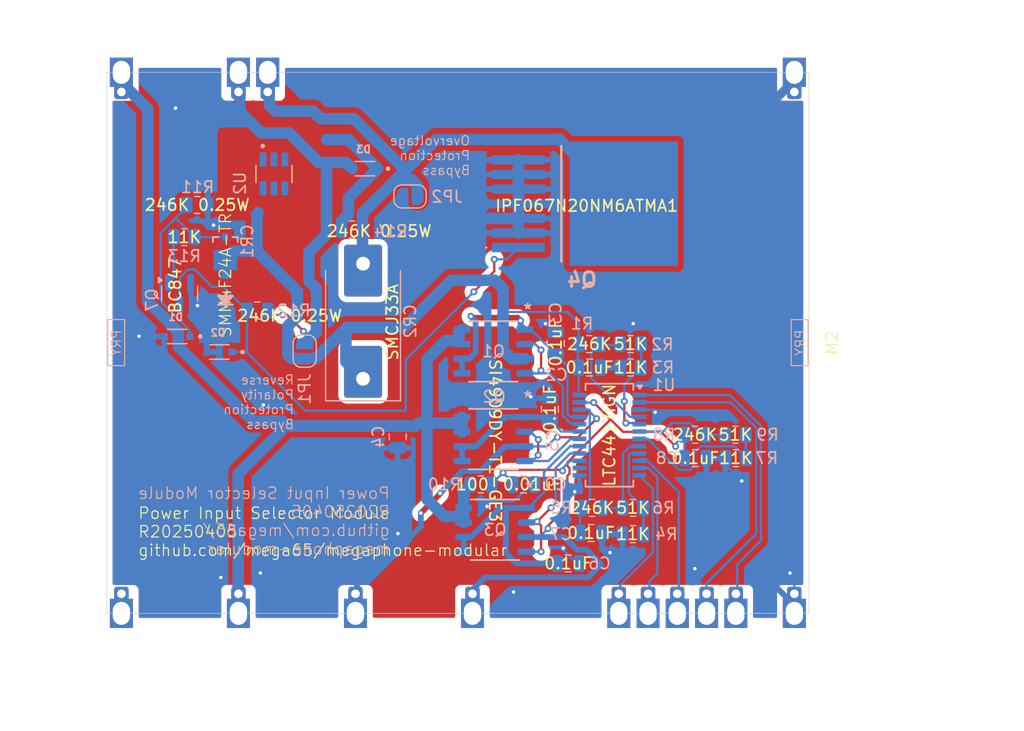
<source format=kicad_pcb>
(kicad_pcb (version 20241229) (generator "pcbnew") (generator_version "9.0")
  (layers (0 "F.Cu" signal) (2 "B.Cu" signal) (13 "F.Paste" user) (15 "B.Paste" user) (5 "F.SilkS" user "F.Silkscreen") (7 "B.SilkS" user "B.Silkscreen") (1 "F.Mask" user) (3 "B.Mask" user) (25 "Edge.Cuts" user))
  (net 0 "")
  (net 1 "Net-(Q4-G)")
  (net 2 "Net-(Q1-G1)")
  (net 3 "VOUT")
  (net 4 "USB-C_POWER_IN")
  (net 5 "Net-(Q2-G1)")
  (net 6 "Net-(Q3-G1)")
  (net 7 "INTERNAL_SOLAR_IN")
  (net 8 "{slash}VALID3")
  (net 9 "ENABLE")
  (net 10 "{slash}VALID1")
  (net 11 "Net-(U1-UV1)")
  (net 12 "{slash}VALID2")
  (net 13 "Net-(U1-OV2)")
  (net 14 "Net-(U1-UV2)")
  (net 15 "VOUT_PIN")
  (net 16 "Net-(U1-OV3)")
  (net 17 "GND")
  (net 18 "Net-(U1-OV1)")
  (net 19 "{slash}SHUTDOWN")
  (net 20 "Net-(U1-UV3)")
  (net 22 "DIRTY_DC_+")
  (net 23 "/OVERVOLTAGE_SENSE_CLAMPED")
  (net 24 "DIRTY_DC_-")
  (net 25 "DIRTY_DC_+_PROTECTED")
  (net 26 "Net-(Q7-B)")
  (net 27 "Net-(Q1-S1)")
  (net 28 "Net-(Q2-S1)")
  (net 29 "Net-(Q3-S1)")
  (net 30 "Net-(U2-G)")
  (footprint "MegaCastle:MegaCastle2x24-Module-I47.0x56.2-M88887D8C0001-SPAREPAD" (layer "F.Cu") (at 52.2163 42.117 90)
    (property "Reference" "M2")
    (property "Value" "~")
    (fp_line (start 23.5 -30.48) (end 23.5 30.48) (stroke (width 0.05)) (layer "Edge.Cuts"))
    (fp_line (start -23.5 -30.48) (end 23.5 -30.48) (stroke (width 0.05)) (layer "Edge.Cuts"))
    (fp_line (start -23.5 -30.48) (end -23.5 30.48) (stroke (width 0.05)) (layer "Edge.Cuts"))
    (fp_line (start -23.5 30.48) (end 23.5 30.48) (stroke (width 0.05)) (layer "Edge.Cuts"))
  )
  (footprint "Jumper:SolderJumper-2_P1.3mm_Open_RoundedPad1.0x1.5mm" (layer "B.Cu") (at 38.9151 42.8356 90)
    (property "Reference" "JP1")
    (property "Value" "Jumper_2_Open")
  )
  (footprint "Resistor_SMD:R_0805_2012Metric" (layer "B.Cu") (at 67.4158 58.736)
    (property "Reference" "R4")
    (property "Value" "11K")
  )
  (footprint "Resistor_SMD:R_0805_2012Metric" (layer "B.Cu") (at 29.5835 30.1356)
    (property "Reference" "R11")
    (property "Value" "246K 0.25W")
  )
  (footprint "Diode_SMD:D_SMC-RM10_Universal_Handsoldering" (layer "B.Cu") (at 43.9853 40.241 90)
    (property "Reference" "CR2")
    (property "Value" "SMCJ33A")
  )
  (footprint "Resistor_SMD:R_0805_2012Metric" (layer "B.Cu") (at 67.2054 42.226)
    (property "Reference" "R2")
    (property "Value" "51K")
  )
  (footprint "footprints:SOIC_09DY-T1-GE3_VIS" (layer "B.Cu") (at 55.44415 58.355 180)
    (property "Reference" "Q3")
    (property "Value" "SI4909DY-T1-GE3")
  )
  (footprint "Capacitor_SMD:C_0805_2012Metric" (layer "B.Cu") (at 60.2003 47.88 90)
    (property "Reference" "C5")
    (property "Value" "0.1uF")
  )
  (footprint "MegaCastle:DIO_BZX384-C30_115" (layer "B.Cu") (at 27.8485 41.5656 180)
    (property "Reference" "D1")
    (property "Value" "BZX384-C30_115")
  )
  (footprint "Resistor_SMD:R_0805_2012Metric" (layer "B.Cu") (at 76.3058 50.1)
    (property "Reference" "R9")
    (property "Value" "51K")
  )
  (footprint "Resistor_SMD:R_0805_2012Metric" (layer "B.Cu") (at 67.2054 44.258)
    (property "Reference" "R3")
    (property "Value" "11K")
  )
  (footprint "Capacitor_SMD:C_0805_2012Metric" (layer "B.Cu") (at 72.8343 52.132 180)
    (property "Reference" "C8")
    (property "Value" "0.1uF")
  )
  (footprint "Resistor_SMD:R_0805_2012Metric" (layer "B.Cu") (at 28.464 32.9296)
    (property "Reference" "R13")
    (property "Value" "11K")
  )
  (footprint "Resistor_SMD:R_0805_2012Metric" (layer "B.Cu") (at 63.8598 56.45)
    (property "Reference" "R5")
    (property "Value" "246K")
  )
  (footprint "Resistor_SMD:R_0805_2012Metric" (layer "B.Cu") (at 67.4158 56.45)
    (property "Reference" "R6")
    (property "Value" "51K")
  )
  (footprint "Capacitor_SMD:C_0805_2012Metric" (layer "B.Cu") (at 57.9143 54.418)
    (property "Reference" "C9")
    (property "Value" "0.01uF")
  )
  (footprint "Resistor_SMD:R_0805_2012Metric" (layer "B.Cu") (at 72.7968 50.1)
    (property "Reference" "R8")
    (property "Value" "246K")
  )
  (footprint "Resistor_SMD:R_0805_2012Metric" (layer "B.Cu") (at 43.0248 32.271 180)
    (property "Reference" "R14")
    (property "Value" "246K 0.25W")
  )
  (footprint "MegaCastle:SOT95P280X120-6N" (layer "B.Cu") (at 36.251 27.445999 -90)
    (property "Reference" "U2")
    (property "Value" "SQJQ141EL-T1_GE3")
  )
  (footprint "Jumper:SolderJumper-2_P1.3mm_Open_RoundedPad1.0x1.5mm" (layer "B.Cu") (at 48.0643 29.399 180)
    (property "Reference" "JP2")
    (property "Value" "Jumper_2_Open")
  )
  (footprint "Package_SO:SSOP-24_3.9x8.7mm_P0.635mm" (layer "B.Cu") (at 65.3727 50.1381 180)
    (property "Reference" "U1")
    (property "Value" "LTC4417IGN")
  )
  (footprint "Resistor_SMD:R_0805_2012Metric" (layer "B.Cu") (at 63.6221 42.226)
    (property "Reference" "R1")
    (property "Value" "246K")
  )
  (footprint "MegaCastle:DIO_BZX384-C30_115" (layer "B.Cu") (at 44.1553 26.986 180)
    (property "Reference" "D3")
    (property "Value" "BZX384-C12_115")
  )
  (footprint "Resistor_SMD:R_0805_2012Metric" (layer "B.Cu") (at 54.2078 54.418 180)
    (property "Reference" "R10")
    (property "Value" "100")
  )
  (footprint "Package_TO_SOT_SMD:SOT-23" (layer "B.Cu") (at 28.0595 37.8341 -90)
    (property "Reference" "Q7")
    (property "Value" "BC847")
  )
  (footprint "footprints:SOIC_09DY-T1-GE3_VIS" (layer "B.Cu") (at 55.30445 50.481 180)
    (property "Reference" "Q2")
    (property "Value" "SI4909DY-T1-GE3")
  )
  (footprint "MegaCastle:DIO_BZX384-C30_115" (layer "B.Cu") (at 31.5159 42.9118 180)
    (property "Reference" "D2")
    (property "Value" "BZX384-C30_115")
  )
  (footprint "Resistor_SMD:R_0805_2012Metric" (layer "B.Cu") (at 76.3528 52.132)
    (property "Reference" "R7")
    (property "Value" "11K")
  )
  (footprint "footprints:IPF067N20NM6ATMA1" (layer "B.Cu") (at 63.2483 30.034 180)
    (property "Reference" "Q4")
    (property "Value" "IPF067N20NM6ATMA1" (hide yes))
  )
  (footprint "Capacitor_SMD:C_0805_2012Metric" (layer "B.Cu") (at 60.7083 42.16 90)
    (property "Reference" "C3")
    (property "Value" "0.1uF")
  )
  (footprint "Capacitor_SMD:C_0805_2012Metric" (layer "B.Cu") (at 63.6494 44.258 180)
    (property "Reference" "C2")
    (property "Value" "0.1uF")
  )
  (footprint "Capacitor_SMD:C_0805_2012Metric" (layer "B.Cu") (at 63.7753 58.6344 180)
    (property "Reference" "C7")
    (property "Value" "0.1uF")
  )
  (footprint "footprints:ZDO_STMITE-FLAT_DO222-AA_STM" (layer "B.Cu") (at 32.0317 34.5298)
    (property "Reference" "CR1")
    (property "Value" "SMM4F24A-TR")
  )
  (footprint "Capacitor_SMD:C_0805_2012Metric" (layer "B.Cu") (at 46.9923 50.288 -90)
    (property "Reference" "C4")
    (property "Value" "100uF")
  )
  (footprint "footprints:SOIC_09DY-T1-GE3_VIS" (layer "B.Cu") (at 55.30445 42.861 180)
    (property "Reference" "Q1")
    (property "Value" "SI4909DY-T1-GE3")
  )
  (footprint "Capacitor_SMD:C_0805_2012Metric" (layer "B.Cu") (at 61.7903 61.276)
    (property "Reference" "C6")
    (property "Value" "0.1uF")
  )
  (footprint "Resistor_SMD:R_0805_2012Metric" (layer "B.Cu") (at 34.8178 39.305 180)
    (property "Reference" "R12")
    (property "Value" "246K 0.25W")
  )
  (gr_text "Power Input Selector Module\nR20250405\ngithub.com/mega65/megaphone-modular" (at 24.4033 60.719 0) (layer "F.SilkS") (effects (font (size 1 1) (thickness 0.1)) (justify left bottom)))
  (gr_text "IPF067N20NM6ATMA1" (at 55.3743 30.796 -0) (layer "F.SilkS") (effects (font (size 1 1)) (justify left bottom)))
  (gr_text "Overvoltage\nProtection\nBypass" (at 53.3423 27.5956 -0) (layer "B.SilkS") (effects (font (size 0.8 0.8) (thickness 0.1)) (justify left bottom mirror)))
  (gr_text "Power Input Selector Module\nR20250405\ngithub.com/mega65/\nmegaphone-modular" (at 46.3743 60.592 0) (layer "B.SilkS") (effects (font (size 1 1) (thickness 0.1)) (justify left bottom mirror)))
  (gr_text "Reverse\nPolarity\nProtection\nBypass" (at 38.0515 49.6682 -0) (layer "B.SilkS") (effects (font (size 0.8 0.8) (thickness 0.1)) (justify left bottom mirror)))
  (segment (start 55.3743 35.9028) (end 55.3743 34.86) (width 0.2) (layer "F.Cu") (net 1))
  (segment (start 53.5963 37.6808) (end 55.3743 35.9028) (width 0.2) (layer "F.Cu") (net 1))
  (via (at 53.5963 37.6808) (size 0.6) (drill 0.3) (layers "F.Cu" "B.Cu") (net 1))
  (via (at 55.3743 34.86) (size 0.6) (drill 0.3) (layers "F.Cu" "B.Cu") (net 1))
  (segment (start 33.9053 39.305) (end 31.8255 37.2252) (width 0.2) (layer "B.Cu") (net 1))
  (segment (start 29.3901 35.749) (end 28.779048 35.749) (width 0.2) (layer "B.Cu") (net 1))
  (segment (start 33.9053 42.941) (end 38.9815 48.0172) (width 0.2) (layer "B.Cu") (net 1))
  (segment (start 28.779048 35.749) (end 28.0595 36.468548) (width 0.2) (layer "B.Cu") (net 1))
  (segment (start 38.9815 48.0172) (end 47.6951 48.0172) (width 0.2) (layer "B.Cu") (net 1))
  (segment (start 33.9053 39.305) (end 33.9053 42.226) (width 0.2) (layer "B.Cu") (net 1))
  (segment (start 47.6951 48.0172) (end 47.6951 43.582) (width 0.2) (layer "B.Cu") (net 1))
  (segment (start 33.9053 42.226) (end 33.9053 42.8356) (width 0.2) (layer "B.Cu") (net 1))
  (segment (start 28.0595 36.468548) (end 28.0595 38.7716) (width 0.2) (layer "B.Cu") (net 1))
  (segment (start 32.6159 42.9118) (end 33.8291 42.9118) (width 0.2) (layer "B.Cu") (net 1))
  (segment (start 30.8663 37.2252) (end 29.3901 35.749) (width 0.2) (layer "B.Cu") (net 1))
  (segment (start 55.3743 34.86) (end 56.4573 34.86) (width 0.2) (layer "B.Cu") (net 1))
  (segment (start 47.6951 43.582) (end 53.5963 37.6808) (width 0.2) (layer "B.Cu") (net 1))
  (segment (start 56.4573 34.86) (end 57.4733 33.844) (width 0.2) (layer "B.Cu") (net 1))
  (segment (start 31.8255 37.2252) (end 30.8663 37.2252) (width 0.2) (layer "B.Cu") (net 1))
  (segment (start 33.9053 42.8356) (end 33.9053 42.941) (width 0.2) (layer "B.Cu") (net 1))
  (segment (start 33.8291 42.9118) (end 33.9053 42.8356) (width 0.2) (layer "B.Cu") (net 1))
  (segment (start 59.4383 44.512) (end 59.4383 42.734) (width 0.2) (layer "F.Cu") (net 2))
  (via (at 59.4383 44.512) (size 0.6) (drill 0.3) (layers "F.Cu" "B.Cu") (net 2))
  (via (at 59.4383 42.734) (size 0.6) (drill 0.3) (layers "F.Cu" "B.Cu") (net 2))
  (segment (start 60.2003 44.766) (end 61.3243 45.89) (width 0.2) (layer "B.Cu") (net 2))
  (segment (start 58.9303 42.226) (end 59.4383 42.734) (width 0.2) (layer "B.Cu") (net 2))
  (segment (start 61.3243 45.89) (end 61.3243 48.432886) (width 0.2) (layer "B.Cu") (net 2))
  (segment (start 58.0286 44.766) (end 60.2003 44.766) (width 0.2) (layer "B.Cu") (net 2))
  (segment (start 58.0286 42.226) (end 58.9303 42.226) (width 0.2) (layer "B.Cu") (net 2))
  (segment (start 61.3243 48.432886) (end 62.077014 49.1856) (width 0.2) (layer "B.Cu") (net 2))
  (segment (start 59.1843 44.766) (end 59.4383 44.512) (width 0.2) (layer "B.Cu") (net 2))
  (segment (start 62.077014 49.1856) (end 62.7727 49.1856) (width 0.2) (layer "B.Cu") (net 2))
  (segment (start 58.0286 44.766) (end 59.1843 44.766) (width 0.2) (layer "B.Cu") (net 2))
  (segment (start 48.7703 49.084) (end 48.5163 49.338) (width 1) (layer "B.Cu") (net 3))
  (segment (start 49.5323 49.084) (end 52.5803 49.084) (width 1) (layer "B.Cu") (net 3))
  (segment (start 52.72 57.212) (end 52.72 56.45) (width 1) (layer "B.Cu") (net 3))
  (segment (start 52.3009 41.9212) (end 52.3009 41.2354) (width 1) (layer "B.Cu") (net 3))
  (segment (start 27.9485 41.170023) (end 25.2923 38.513823) (width 1) (layer "B.Cu") (net 3))
  (segment (start 51.0563 57.212) (end 49.5323 55.688) (width 1) (layer "B.Cu") (net 3))
  (segment (start 52.72 56.45) (end 52.72 54.9933) (width 1) (layer "B.Cu") (net 3))
  (segment (start 25.2923 38.513823) (end 25.2923 21.791) (width 1) (layer "B.Cu") (net 3))
  (segment (start 52.72 57.212) (end 51.0563 57.212) (width 1) (layer "B.Cu") (net 3))
  (segment (start 27.9485 42.4444) (end 27.9485 41.170023) (width 1) (layer "B.Cu") (net 3))
  (segment (start 25.2923 21.791) (end 23.1333 19.632) (width 1) (layer "B.Cu") (net 3))
  (segment (start 34.4121 48.908) (end 27.9485 42.4444) (width 1) (layer "B.Cu") (net 3))
  (segment (start 36.8323 49.814) (end 33.1353 53.511) (width 1) (layer "B.Cu") (net 3))
  (segment (start 36.8323 49.338) (end 36.8323 49.052) (width 1) (layer "B.Cu") (net 3))
  (segment (start 36.8323 49.052) (end 36.9763 48.908) (width 1) (layer "B.Cu") (net 3))
  (segment (start 52.72 57.72) (end 52.72 57.212) (width 1) (layer "B.Cu") (net 3))
  (segment (start 49.5323 49.084) (end 49.5323 43.54375) (width 1) (layer "B.Cu") (net 3))
  (segment (start 33.1353 53.511) (end 33.1353 65.074) (width 1) (layer "B.Cu") (net 3))
  (segment (start 51.15485 41.9212) (end 52.3009 41.9212) (width 1) (layer "B.Cu") (net 3))
  (segment (start 49.5323 55.688) (end 49.5323 49.084) (width 1) (layer "B.Cu") (net 3))
  (segment (start 46.9923 49.338) (end 36.8323 49.338) (width 1) (layer "B.Cu") (net 3))
  (segment (start 48.5163 49.338) (end 46.9923 49.338) (width 1) (layer "B.Cu") (net 3))
  (segment (start 36.8323 49.338) (end 36.8323 49.814) (width 1) (layer "B.Cu") (net 3))
  (segment (start 49.5323 49.084) (end 48.7703 49.084) (width 1) (layer "B.Cu") (net 3))
  (segment (start 49.5323 43.54375) (end 51.15485 41.9212) (width 1) (layer "B.Cu") (net 3))
  (segment (start 52.72 54.9933) (end 53.2953 54.418) (width 1) (layer "B.Cu") (net 3))
  (segment (start 36.9763 48.908) (end 34.4121 48.908) (width 1) (layer "B.Cu") (net 3))
  (segment (start 52.3009 41.2354) (end 52.5803 40.956) (width 1) (layer "B.Cu") (net 3))
  (segment (start 52.5803 49.846) (end 52.5803 49.084) (width 1) (layer "B.Cu") (net 3))
  (segment (start 33.1353 65.074) (end 33.2933 65.232) (width 1) (layer "B.Cu") (net 3))
  (segment (start 52.5803 49.084) (end 52.5803 48.576) (width 1) (layer "B.Cu") (net 3))
  (segment (start 50.6753 55.2308) (end 48.9989 56.9072) (width 0.5) (layer "F.Cu") (net 4))
  (segment (start 62.647469 50.319831) (end 64.2643 48.703) (width 0.2) (layer "F.Cu") (net 4))
  (segment (start 50.6753 55.18) (end 50.6753 55.2308) (width 0.5) (layer "F.Cu") (net 4))
  (segment (start 60.858079 50.319831) (end 62.647469 50.319831) (width 0.2) (layer "F.Cu") (net 4))
  (via (at 64.2643 48.703) (size 0.6) (drill 0.3) (layers "F.Cu" "B.Cu") (net 4))
  (via (at 60.858079 50.319831) (size 0.6) (drill 0.3) (layers "F.Cu" "B.Cu") (net 4))
  (via (at 48.9989 56.9072) (size 0.5) (drill 0.3) (layers "F.Cu" "B.Cu") (net 4))
  (via (at 50.6753 55.18) (size 0.5) (drill 0.3) (layers "F.Cu" "B.Cu") (net 4))
  (segment (start 63.5727 47.9156) (end 62.7727 47.9156) (width 0.2) (layer "B.Cu") (net 4))
  (segment (start 64.2643 48.703) (end 63.4769 47.9156) (width 0.2) (layer "B.Cu") (net 4))
  (segment (start 44.1253 61.462) (end 43.4533 62.134) (width 0.5) (layer "B.Cu") (net 4))
  (segment (start 62.8253 56.572) (end 62.9473 56.45) (width 0.2) (layer "B.Cu") (net 4))
  (segment (start 43.4533 62.134) (end 43.4533 65.232) (width 0.5) (layer "B.Cu") (net 4))
  (segment (start 52.6057 53.2496) (end 50.6753 55.18) (width 0.5) (layer "B.Cu") (net 4))
  (segment (start 48.9989 58.0684) (end 45.6053 61.462) (width 0.5) (layer "B.Cu") (net 4))
  (segment (start 48.9989 56.9072) (end 48.9989 58.0684) (width 0.5) (layer "B.Cu") (net 4))
  (segment (start 45.6053 61.462) (end 44.1253 61.462) (width 0.5) (layer "B.Cu") (net 4))
  (segment (start 58.0286 51.116) (end 56.30775 51.116) (width 0.5) (layer "B.Cu") (net 4))
  (segment (start 54.17415 53.2496) (end 52.6057 53.2496) (width 0.5) (layer "B.Cu") (net 4))
  (segment (start 59.9463 51.116) (end 60.742469 50.319831) (width 0.2) (layer "B.Cu") (net 4))
  (segment (start 60.742469 50.319831) (end 60.858079 50.319831) (width 0.2) (layer "B.Cu") (net 4))
  (segment (start 56.30775 51.116) (end 54.17415 53.2496) (width 0.5) (layer "B.Cu") (net 4))
  (segment (start 62.9473 56.45) (end 63.6727 55.7246) (width 0.2) (layer "B.Cu") (net 4))
  (segment (start 62.8253 58.6344) (end 62.8253 56.572) (width 0.2) (layer "B.Cu") (net 4))
  (segment (start 63.6727 55.7246) (end 63.6727 48.0156) (width 0.2) (layer "B.Cu") (net 4))
  (segment (start 59.9463 51.116) (end 58.0286 51.116) (width 0.2) (layer "B.Cu") (net 4))
  (segment (start 63.4769 47.9156) (end 62.7727 47.9156) (width 0.2) (layer "B.Cu") (net 4))
  (segment (start 63.6727 48.0156) (end 63.5727 47.9156) (width 0.2) (layer "B.Cu") (net 4))
  (segment (start 59.1843 50.530998) (end 59.199298 50.516) (width 0.2) (layer "F.Cu") (net 5))
  (segment (start 59.1843 51.878) (end 59.1843 50.530998) (width 0.2) (layer "F.Cu") (net 5))
  (via (at 59.199298 50.516) (size 0.6) (drill 0.3) (layers "F.Cu" "B.Cu") (net 5))
  (via (at 59.1843 51.878) (size 0.6) (drill 0.3) (layers "F.Cu" "B.Cu") (net 5))
  (segment (start 60.0773 52.386) (end 62.0077 50.4556) (width 0.2) (layer "B.Cu") (net 5))
  (segment (start 58.0286 52.386) (end 58.6763 52.386) (width 0.2) (layer "B.Cu") (net 5))
  (segment (start 62.0077 50.4556) (end 62.7727 50.4556) (width 0.2) (layer "B.Cu") (net 5))
  (segment (start 58.529298 49.846) (end 59.199298 50.516) (width 0.2) (layer "B.Cu") (net 5))
  (segment (start 58.0286 52.386) (end 60.0773 52.386) (width 0.2) (layer "B.Cu") (net 5))
  (segment (start 58.6763 52.386) (end 59.1843 51.878) (width 0.2) (layer "B.Cu") (net 5))
  (segment (start 58.0286 49.846) (end 58.529298 49.846) (width 0.2) (layer "B.Cu") (net 5))
  (segment (start 59.09414 57.64816) (end 60.2923 56.45) (width 0.2) (layer "F.Cu") (net 6))
  (segment (start 59.0923 57.64816) (end 59.09414 57.64816) (width 0.2) (layer "F.Cu") (net 6))
  (segment (start 59.4383 57.99416) (end 59.0923 57.64816) (width 0.2) (layer "F.Cu") (net 6))
  (segment (start 59.4383 60.26) (end 59.4383 57.99416) (width 0.2) (layer "F.Cu") (net 6))
  (via (at 60.2923 56.45) (size 0.6) (drill 0.3) (layers "F.Cu" "B.Cu") (net 6))
  (via (at 59.4383 60.26) (size 0.6) (drill 0.3) (layers "F.Cu" "B.Cu") (net 6))
  (via (at 59.0923 57.64816) (size 0.6) (drill 0.3) (layers "F.Cu" "B.Cu") (net 6))
  (segment (start 58.1683 60.26) (end 59.4383 60.26) (width 0.2) (layer "B.Cu") (net 6))
  (segment (start 58.24014 57.64816) (end 58.1683 57.72) (width 0.2) (layer "B.Cu") (net 6))
  (segment (start 60.707565 53.487794) (end 60.707565 52.990735) (width 0.2) (layer "B.Cu") (net 6))
  (segment (start 60.707565 52.990735) (end 61.9727 51.7256) (width 0.2) (layer "B.Cu") (net 6))
  (segment (start 60.7083 53.488529) (end 60.707565 53.487794) (width 0.2) (layer "B.Cu") (net 6))
  (segment (start 61.9727 51.7256) (end 62.7727 51.7256) (width 0.2) (layer "B.Cu") (net 6))
  (segment (start 59.0923 57.64816) (end 58.24014 57.64816) (width 0.2) (layer "B.Cu") (net 6))
  (segment (start 60.7083 56.034) (end 60.7083 53.488529) (width 0.2) (layer "B.Cu") (net 6))
  (segment (start 60.2923 56.45) (end 60.7083 56.034) (width 0.2) (layer "B.Cu") (net 6))
  (segment (start 61.7243 53.671059) (end 61.907565 53.487794) (width 0.2) (layer "F.Cu") (net 7))
  (segment (start 71.1223 51.116) (end 69.8523 49.846) (width 0.2) (layer "F.Cu") (net 7))
  (segment (start 66.5503 49.846) (end 65.4708 48.7665) (width 0.2) (layer "F.Cu") (net 7))
  (segment (start 61.7243 52.807471) (end 61.7243 52.513) (width 0.2) (layer "F.Cu") (net 7))
  (segment (start 61.7243 52.513) (end 65.4708 48.7665) (width 0.2) (layer "F.Cu") (net 7))
  (segment (start 69.8523 49.846) (end 66.5503 49.846) (width 0.2) (layer "F.Cu") (net 7))
  (segment (start 61.907565 53.487794) (end 61.907565 52.990736) (width 0.2) (layer "F.Cu") (net 7))
  (segment (start 60.0383 58.009) (end 61.7243 56.323) (width 0.2) (layer "F.Cu") (net 7))
  (segment (start 65.4073 48.703) (end 64.0103 47.306) (width 0.2) (layer "F.Cu") (net 7))
  (segment (start 60.0383 58.2534) (end 60.0383 58.009) (width 0.2) (layer "F.Cu") (net 7))
  (segment (start 65.4708 48.7665) (end 65.4073 48.703) (width 0.2) (layer "F.Cu") (net 7))
  (segment (start 61.7243 56.323) (end 61.7243 53.671059) (width 0.2) (layer "F.Cu") (net 7))
  (segment (start 61.907565 52.990736) (end 61.7243 52.807471) (width 0.2) (layer "F.Cu") (net 7))
  (via (at 60.0383 58.2534) (size 0.6) (drill 0.3) (layers "F.Cu" "B.Cu") (net 7))
  (via (at 71.1223 51.116) (size 0.6) (drill 0.3) (layers "F.Cu" "B.Cu") (net 7))
  (via (at 64.0103 47.306) (size 0.6) (drill 0.3) (layers "F.Cu" "B.Cu") (net 7))
  (segment (start 62.7981 47.306) (end 62.7727 47.2806) (width 0.2) (layer "B.Cu") (net 7))
  (segment (start 71.8843 52.132) (end 71.8843 50.1) (width 0.2) (layer "B.Cu") (net 7))
  (segment (start 58.1683 58.99) (end 61.459022 58.99) (width 0.5) (layer "B.Cu") (net 7))
  (segment (start 63.3753 60.0822) (end 64.6547 61.3616) (width 0.5) (layer "B.Cu") (net 7))
  (segment (start 64.6547 61.3616) (end 63.5193 62.497) (width 0.5) (layer "B.Cu") (net 7))
  (segment (start 63.5193 62.497) (end 54.5503 62.497) (width 0.5) (layer "B.Cu") (net 7))
  (segment (start 54.5503 62.497) (end 53.6133 63.434) (width 0.5) (layer "B.Cu") (net 7))
  (segment (start 61.459022 58.99) (end 62.551222 60.0822) (width 0.5) (layer "B.Cu") (net 7))
  (segment (start 60.0383 58.2534) (end 59.3017 58.99) (width 0.2) (layer "B.Cu") (net 7))
  (segment (start 71.1223 50.862) (end 71.8843 50.1) (width 0.2) (layer "B.Cu") (net 7))
  (segment (start 64.0103 47.306) (end 62.7981 47.306) (width 0.2) (layer "B.Cu") (net 7))
  (segment (start 62.551222 60.0822) (end 63.3753 60.0822) (width 0.5) (layer "B.Cu") (net 7))
  (segment (start 53.6133 63.434) (end 53.6133 65.232) (width 0.5) (layer "B.Cu") (net 7))
  (segment (start 71.1223 51.116) (end 71.1223 50.862) (width 0.2) (layer "B.Cu") (net 7))
  (segment (start 71.8843 50.1) (end 71.6049 49.8206) (width 0.2) (layer "B.Cu") (net 7))
  (segment (start 66.3133 63.164) (end 66.3133 65.232) (width 0.2) (layer "B.Cu") (net 8))
  (segment (start 69.1408 54.7987) (end 69.1408 60.3365) (width 0.2) (layer "B.Cu") (net 8))
  (segment (start 69.1408 60.3365) (end 66.3133 63.164) (width 0.2) (layer "B.Cu") (net 8))
  (segment (start 67.9727 53.6306) (end 69.1408 54.7987) (width 0.2) (layer "B.Cu") (net 8))
  (segment (start 78.5243 49.34307) (end 75.82683 46.6456) (width 0.2) (layer "B.Cu") (net 9))
  (segment (start 76.4733 65.232) (end 76.4733 61.354) (width 0.2) (layer "B.Cu") (net 9))
  (segment (start 78.5243 59.303) (end 78.5243 49.34307) (width 0.2) (layer "B.Cu") (net 9))
  (segment (start 75.82683 46.6456) (end 67.9727 46.6456) (width 0.2) (layer "B.Cu") (net 9))
  (segment (start 76.4733 61.354) (end 78.5243 59.303) (width 0.2) (layer "B.Cu") (net 9))
  (segment (start 67.9727 52.2256) (end 68.533386 52.2256) (width 0.2) (layer "B.Cu") (net 10))
  (segment (start 67.9727 52.3606) (end 67.9727 52.2256) (width 0.2) (layer "B.Cu") (net 10))
  (segment (start 68.533386 52.2256) (end 71.3933 55.085514) (width 0.2) (layer "B.Cu") (net 10))
  (segment (start 71.3933 55.085514) (end 71.3933 65.232) (width 0.2) (layer "B.Cu") (net 10))
  (segment (start 63.7994 45.1773) (end 67.1727 48.5506) (width 0.2) (layer "B.Cu") (net 11))
  (segment (start 66.2167 42.3022) (end 66.2929 42.226) (width 0.2) (layer "B.Cu") (net 11))
  (segment (start 67.1727 48.5506) (end 67.9727 48.5506) (width 0.2) (layer "B.Cu") (net 11))
  (segment (start 64.5346 42.3022) (end 66.2167 42.3022) (width 0.2) (layer "B.Cu") (net 11))
  (segment (start 63.7994 42.9612) (end 63.7994 45.1773) (width 0.2) (layer "B.Cu") (net 11))
  (segment (start 64.5346 42.226) (end 63.7994 42.9612) (width 0.2) (layer "B.Cu") (net 11))
  (segment (start 68.8533 64.402) (end 68.8453 64.394) (width 0.2) (layer "B.Cu") (net 12))
  (segment (start 69.5408 53.7987) (end 68.7377 52.9956) (width 0.2) (layer "B.Cu") (net 12))
  (segment (start 68.8533 65.232) (end 68.8533 64.402) (width 0.2) (layer "B.Cu") (net 12))
  (segment (start 68.7377 52.9956) (end 67.9727 52.9956) (width 0.2) (layer "B.Cu") (net 12))
  (segment (start 69.5408 62.1365) (end 69.5408 53.7987) (width 0.2) (layer "B.Cu") (net 12))
  (segment (start 68.8453 62.832) (end 69.5408 62.1365) (width 0.2) (layer "B.Cu") (net 12))
  (segment (start 68.8453 64.394) (end 68.8453 62.832) (width 0.2) (layer "B.Cu") (net 12))
  (segment (start 72.6843 51.713) (end 73.2903 51.107) (width 0.2) (layer "B.Cu") (net 13))
  (segment (start 77.2183 50.1) (end 77.2183 52.085) (width 0.2) (layer "B.Cu") (net 13))
  (segment (start 76.2403 51.107) (end 77.2653 52.132) (width 0.2) (layer "B.Cu") (net 13))
  (segment (start 67.9727 50.4556) (end 68.698156 50.4556) (width 0.2) (layer "B.Cu") (net 13))
  (segment (start 72.369044 53.157) (end 72.6843 52.841744) (width 0.2) (layer "B.Cu") (net 13))
  (segment (start 77.2183 52.085) (end 77.2653 52.132) (width 0.2) (layer "B.Cu") (net 13))
  (segment (start 71.399556 53.157) (end 72.369044 53.157) (width 0.2) (layer "B.Cu") (net 13))
  (segment (start 68.698156 50.4556) (end 71.399556 53.157) (width 0.2) (layer "B.Cu") (net 13))
  (segment (start 73.2903 51.107) (end 76.2403 51.107) (width 0.2) (layer "B.Cu") (net 13))
  (segment (start 72.6843 52.841744) (end 72.6843 51.713) (width 0.2) (layer "B.Cu") (net 13))
  (segment (start 73.7093 50.1) (end 73.7093 49.893) (width 0.2) (layer "B.Cu") (net 14))
  (segment (start 70.765771 49.1) (end 70.045171 49.8206) (width 0.2) (layer "B.Cu") (net 14))
  (segment (start 75.3933 50.1) (end 75.3933 50.147) (width 0.2) (layer "B.Cu") (net 14))
  (segment (start 73.7093 50.1) (end 75.3933 50.1) (width 0.2) (layer "B.Cu") (net 14))
  (segment (start 73.7093 50.1) (end 73.381544 50.1) (width 0.2) (layer "B.Cu") (net 14))
  (segment (start 72.381544 49.1) (end 70.765771 49.1) (width 0.2) (layer "B.Cu") (net 14))
  (segment (start 70.045171 49.8206) (end 67.9727 49.8206) (width 0.2) (layer "B.Cu") (net 14))
  (segment (start 73.381544 50.1) (end 72.381544 49.1) (width 0.2) (layer "B.Cu") (net 14))
  (segment (start 56.3903 53.148) (end 56.1363 53.402) (width 0.2) (layer "F.Cu") (net 15))
  (segment (start 61.307565 53.239265) (end 61.2163 53.148) (width 0.2) (layer "F.Cu") (net 15))
  (segment (start 61.2163 53.148) (end 56.3903 53.148) (width 0.2) (layer "F.Cu") (net 15))
  (via (at 61.307565 53.239265) (size 0.6) (drill 0.3) (layers "F.Cu" "B.Cu") (net 15))
  (via (at 56.1363 53.402) (size 0.6) (drill 0.3) (layers "F.Cu" "B.Cu") (net 15))
  (segment (start 61.307565 53.025735) (end 61.9727 52.3606) (width 0.2) (layer "B.Cu") (net 15))
  (segment (start 61.9727 52.3606) (end 62.7727 52.3606) (width 0.2) (layer "B.Cu") (net 15))
  (segment (start 56.9643 54.23) (end 56.1363 53.402) (width 0.2) (layer "B.Cu") (net 15))
  (segment (start 56.9643 54.418) (end 56.9643 54.23) (width 0.2) (layer "B.Cu") (net 15))
  (segment (start 56.1363 53.402) (end 55.1203 54.418) (width 0.2) (layer "B.Cu") (net 15))
  (segment (start 61.307565 53.239265) (end 61.307565 53.025735) (width 0.2) (layer "B.Cu") (net 15))
  (segment (start 68.3283 58.736) (end 68.3283 56.45) (width 0.2) (layer "B.Cu") (net 16))
  (segment (start 67.0583 55.18) (end 67.0583 51.84) (width 0.2) (layer "B.Cu") (net 16))
  (segment (start 68.3283 56.45) (end 67.0583 55.18) (width 0.2) (layer "B.Cu") (net 16))
  (segment (start 67.1727 51.7256) (end 67.9727 51.7256) (width 0.2) (layer "B.Cu") (net 16))
  (segment (start 67.0583 51.84) (end 67.1727 51.7256) (width 0.2) (layer "B.Cu") (net 16))
  (segment (start 72.7903 58.179) (end 72.7903 61.735) (width 0.2) (layer "F.Cu") (net 17))
  (segment (start 61.9953 63.767) (end 57.0423 63.767) (width 0.2) (layer "F.Cu") (net 17))
  (segment (start 81.4263 19.317) (end 79.1403 21.603) (width 0.75) (layer "F.Cu") (net 17))
  (segment (start 29.6103 38.875) (end 31.5153 40.78) (width 0.2) (layer "F.Cu") (net 17))
  (segment (start 31.6423 48.654) (end 31.6423 62.497) (width 0.2) (layer "F.Cu") (net 17))
  (segment (start 76.8543 54.115) (end 72.7903 58.179) (width 0.2) (layer "F.Cu") (net 17))
  (segment (start 24.5303 41.542) (end 31.6423 48.654) (width 0.2) (layer "F.Cu") (net 17))
  (segment (start 38.5003 58.687) (end 35.0713 62.116) (width 0.2) (layer "F.Cu") (net 17))
  (segment (start 65.4243 60.338) (end 61.9953 63.767) (width 0.2) (layer "F.Cu") (net 17))
  (segment (start 79.1403 21.603) (end 78.5053 21.603) (width 0.75) (layer "F.Cu") (net 17))
  (segment (start 31.0073 31.89) (end 31.0073 25.032) (width 0.2) (layer "F.Cu") (net 17))
  (segment (start 31.5153 40.78) (end 31.5153 43.701) (width 0.2) (layer "F.Cu") (net 17))
  (segment (start 47.0093 58.687) (end 38.5003 58.687) (width 0.2) (layer "F.Cu") (net 17))
  (segment (start 31.0073 25.032) (end 27.7053 21.73) (width 0.2) (layer "F.Cu") (net 17))
  (segment (start 31.5153 43.701) (end 35.3253 47.511) (width 0.2) (layer "F.Cu") (net 17))
  (via (at 24.5303 41.542) (size 0.6) (drill 0.3) (layers "F.Cu" "B.Cu") (net 17))
  (via (at 47.0093 58.687) (size 0.6) (drill 0.3) (layers "F.Cu" "B.Cu") (net 17))
  (via (at 58.5493 46.798) (size 0.6) (drill 0.3) (layers "F.Cu" "B.Cu") (net 17))
  (via (at 72.7903 61.735) (size 0.6) (drill 0.3) (layers "F.Cu" "B.Cu") (net 17))
  (via (at 35.0713 62.116) (size 0.6) (drill 0.3) (layers "F.Cu" "B.Cu") (net 17))
  (via (at 62.3593 55.053) (size 0.6) (drill 0.3) (layers "F.Cu" "B.Cu") (net 17))
  (via (at 59.8193 40.448) (size 0.6) (drill 0.3) (layers "F.Cu" "B.Cu") (net 17))
  (via (at 57.0423 63.767) (size 0.6) (drill 0.3) (layers "F.Cu" "B.Cu") (net 17))
  (via (at 61.3603 59.957) (size 0.6) (drill 0.3) (layers "F.Cu" "B.Cu") (net 17))
  (via (at 31.6423 62.497) (size 0.6) (drill 0.3) (layers "F.Cu" "B.Cu") (net 17))
  (via (at 76.8543 54.115) (size 0.6) (drill 0.3) (layers "F.Cu" "B.Cu") (net 17))
  (via (at 67.4393 40.448) (size 0.6) (drill 0.3) (layers "F.Cu" "B.Cu") (net 17))
  (via (at 65.4243 60.338) (size 0.6) (drill 0.3) (layers "F.Cu" "B.Cu") (net 17))
  (via (at 54.7393 56.323) (size 0.6) (drill 0.3) (layers "F.Cu" "B.Cu") (net 17))
  (via (at 35.3253 47.511) (size 0.6) (drill 0.3) (layers "F.Cu" "B.Cu") (net 17))
  (via (at 27.7053 21.73) (size 0.6) (drill 0.3) (layers "F.Cu" "B.Cu") (net 17))
  (via (at 81.0453 62.116) (size 0.6) (drill 0.3) (layers "F.Cu" "B.Cu") (net 17))
  (via (at 29.6103 38.875) (size 0.6) (drill 0.3) (layers "F.Cu" "B.Cu") (net 17))
  (via (at 31.0073 31.89) (size 0.6) (drill 0.3) (layers "F.Cu" "B.Cu") (net 17))
  (via (at 69.3443 48.146) (size 0.6) (drill 0.3) (layers "F.Cu" "B.Cu") (net 17))
  (segment (start 29.0095 36.8966) (end 29.0095 38.2742) (width 0.2) (layer "B.Cu") (net 17))
  (segment (start 62.7403 61.464) (end 62.7573 61.481) (width 0.2) (layer "B.Cu") (net 17))
  (segment (start 81.4263 19.317) (end 79.2673 21.476) (width 0.75) (layer "B.Cu") (net 17))
  (segment (start 30.496 31.3787) (end 31.0073 31.89) (width 0.2) (layer "B.Cu") (net 17))
  (segment (start 75.4403 52.701) (end 76.8543 54.115) (width 0.2) (layer "B.Cu") (net 17))
  (segment (start 60.5813 41.21) (end 59.8193 40.448) (width 0.2) (layer "B.Cu") (net 17))
  (segment (start 62.7573 61.481) (end 61.3603 60.084) (width 0.2) (layer "B.Cu") (net 17))
  (segment (start 47.4143 30.346023) (end 47.4143 29.399) (width 1) (layer "B.Cu") (net 17))
  (segment (start 62.7403 61.276) (end 62.7403 61.464) (width 0.2) (layer "B.Cu") (net 17))
  (segment (start 29.0095 38.2742) (end 29.6103 38.875) (width 0.2) (layer "B.Cu") (net 17))
  (segment (start 64.7253 58.6344) (end 64.7253 59.639) (width 0.2) (layer "B.Cu") (net 17))
  (segment (start 66.2929 44.258) (end 67.110677 43.440223) (width 0.2) (layer "B.Cu") (net 17))
  (segment (start 79.2673 21.476) (end 78.5053 21.476) (width 0.75) (layer "B.Cu") (net 17))
  (segment (start 57.0673 55.9) (end 55.1623 55.9) (width 0.2) (layer "B.Cu") (net 17))
  (segment (start 60.7083 41.21) (end 60.5813 41.21) (width 0.2) (layer "B.Cu") (net 17))
  (segment (start 60.2003 46.93) (end 59.9513 46.93) (width 0.2) (layer "B.Cu") (net 17))
  (segment (start 81.4263 62.497) (end 81.0453 62.116) (width 0.2) (layer "B.Cu") (net 17))
  (segment (start 67.110677 43.440223) (end 67.110677 40.776623) (width 0.2) (layer "B.Cu") (net 17))
  (segment (start 57.4733 32.574) (end 57.4733 26.224) (width 1) (layer "B.Cu") (net 17))
  (segment (start 58.8643 54.418) (end 58.5493 54.418) (width 0.2) (layer "B.Cu") (net 17))
  (segment (start 61.3603 60.084) (end 61.3603 59.957) (width 0.2) (layer "B.Cu") (net 17))
  (segment (start 26.6893 41.542) (end 24.5303 41.542) (width 0.2) (layer "B.Cu") (net 17))
  (segment (start 48.245277 31.177) (end 48.6179 31.177) (width 1) (layer "B.Cu") (net 17))
  (segment (start 59.9513 46.93) (end 59.8193 46.798) (width 0.2) (layer "B.Cu") (net 17))
  (segment (start 75.4403 52.132) (end 75.4403 52.701) (width 0.2) (layer "B.Cu") (net 17))
  (segment (start 59.8193 46.798) (end 58.5493 46.798) (width 0.2) (layer "B.Cu") (net 17))
  (segment (start 62.7727 53.6306) (end 62.7727 54.6396) (width 0.2) (layer "B.Cu") (net 17))
  (segment (start 48.245277 31.177) (end 47.4143 30.346023) (width 1) (layer "B.Cu") (net 17))
  (segment (start 26.7129 41.5656) (end 26.6893 41.542) (width 0.2) (layer "B.Cu") (net 17))
  (segment (start 81.4263 64.917) (end 81.4263 62.497) (width 0.2) (layer "B.Cu") (net 17))
  (segment (start 64.7253 59.639) (end 65.4243 60.338) (width 0.2) (layer "B.Cu") (net 17))
  (segment (start 69.1139 47.9156) (end 67.9727 47.9156) (width 0.2) (layer "B.Cu") (net 17))
  (segment (start 69.3443 48.146) (end 69.1139 47.9156) (width 0.2) (layer "B.Cu") (net 17))
  (segment (start 55.1623 55.9) (end 54.7393 56.323) (width 0.2) (layer "B.Cu") (net 17))
  (segment (start 48.6179 31.177) (end 48.6941 31.1008) (width 1) (layer "B.Cu") (net 17))
  (segment (start 46.9923 58.67) (end 47.0093 58.687) (width 0.2) (layer "B.Cu") (net 17))
  (segment (start 67.110677 40.776623) (end 67.4393 40.448) (width 0.2) (layer "B.Cu") (net 17))
  (segment (start 58.5493 54.418) (end 57.0673 55.9) (width 0.2) (layer "B.Cu") (net 17))
  (segment (start 48.6941 31.1008) (end 48.8973 31.304) (width 1) (layer "B.Cu") (net 17))
  (segment (start 62.7727 54.6396) (end 62.3593 55.053) (width 0.2) (layer "B.Cu") (net 17))
  (segment (start 26.7485 41.5656) (end 26.7129 41.5656) (width 0.2) (layer "B.Cu") (net 17))
  (segment (start 30.496 30.1356) (end 30.496 31.3787) (width 0.2) (layer "B.Cu") (net 17))
  (segment (start 46.9923 51.238) (end 46.9923 58.67) (width 0.2) (layer "B.Cu") (net 17))
  (segment (start 48.8973 31.304) (end 57.4733 31.304) (width 1) (layer "B.Cu") (net 17))
  (segment (start 66.663465 47.192835) (end 66.663465 48.943165) (width 0.2) (layer "F.Cu") (net 18))
  (segment (start 66.663465 48.943165) (end 66.8043 49.084) (width 0.2) (layer "F.Cu") (net 18))
  (via (at 66.663465 47.192835) (size 0.6) (drill 0.3) (layers "F.Cu" "B.Cu") (net 18))
  (via (at 66.8043 49.084) (size 0.6) (drill 0.3) (layers "F.Cu" "B.Cu") (net 18))
  (segment (start 68.1179 42.5835) (end 68.1179 44.258) (width 0.2) (layer "B.Cu") (net 18))
  (segment (start 68.1179 42.3765) (end 68.2214 42.48) (width 0.2) (layer "B.Cu") (net 18))
  (segment (start 67.8711 49.084) (end 67.9727 49.1856) (width 0.2) (layer "B.Cu") (net 18))
  (segment (start 68.2214 42.48) (end 68.1179 42.5835) (width 0.2) (layer "B.Cu") (net 18))
  (segment (start 66.8043 49.084) (end 67.8711 49.084) (width 0.2) (layer "B.Cu") (net 18))
  (segment (start 68.1179 44.258) (end 66.663465 45.712435) (width 0.2) (layer "B.Cu") (net 18))
  (segment (start 68.1179 42.226) (end 68.1179 42.3765) (width 0.2) (layer "B.Cu") (net 18))
  (segment (start 66.663465 45.712435) (end 66.663465 47.192835) (width 0.2) (layer "B.Cu") (net 18))
  (segment (start 73.8063 65.105) (end 73.9333 65.232) (width 0.2) (layer "B.Cu") (net 19))
  (segment (start 78.1243 49.508756) (end 78.1243 58.687) (width 0.2) (layer "B.Cu") (net 19))
  (segment (start 73.8063 63.005) (end 73.8063 65.105) (width 0.2) (layer "B.Cu") (net 19))
  (segment (start 78.1243 58.687) (end 73.8063 63.005) (width 0.2) (layer "B.Cu") (net 19))
  (segment (start 75.896144 47.2806) (end 78.1243 49.508756) (width 0.2) (layer "B.Cu") (net 19))
  (segment (start 67.9727 47.2806) (end 75.896144 47.2806) (width 0.2) (layer "B.Cu") (net 19))
  (segment (start 67.1727 51.0906) (end 67.9727 51.0906) (width 0.2) (layer "B.Cu") (net 20))
  (segment (start 66.5033 55.735) (end 66.5503 55.688) (width 0.2) (layer "B.Cu") (net 20))
  (segment (start 66.5503 55.688) (end 66.5503 51.713) (width 0.2) (layer "B.Cu") (net 20))
  (segment (start 66.5503 51.713) (end 67.1727 51.0906) (width 0.2) (layer "B.Cu") (net 20))
  (segment (start 66.5033 56.45) (end 66.5033 55.735) (width 0.2) (layer "B.Cu") (net 20))
  (segment (start 66.5033 56.45) (end 64.7723 56.45) (width 0.2) (layer "B.Cu") (net 20))
  (segment (start 37.0003 39.686) (end 37.3911 39.686) (width 0.2) (layer "F.Cu") (net 22))
  (segment (start 37.3911 39.686) (end 38.8135 41.1084) (width 0.2) (layer "F.Cu") (net 22))
  (via (at 37.0003 39.686) (size 0.6) (drill 0.3) (layers "F.Cu" "B.Cu") (net 22))
  (via (at 38.8135 41.1084) (size 0.6) (drill 0.3) (layers "F.Cu" "B.Cu") (net 22))
  (segment (start 38.8135 41.1084) (end 39.3521 41.647) (width 0.2) (layer "B.Cu") (net 22))
  (segment (start 39.9363 41.1644) (end 39.4537 41.647) (width 1) (layer "B.Cu") (net 22))
  (segment (start 37.0003 39.686) (end 36.1113 39.686) (width 0.2) (layer "B.Cu") (net 22))
  (segment (start 36.1113 39.686) (end 35.7303 39.305) (width 0.2) (layer "B.Cu") (net 22))
  (segment (start 33.2933 22.03) (end 33.2933 19.632) (width 1) (layer "B.Cu") (net 22))
  (segment (start 39.3521 41.647) (end 39.4537 41.647) (width 0.2) (layer "B.Cu") (net 22))
  (segment (start 35.7303 39.305) (end 35.7303 40.005) (width 0.2) (layer "B.Cu") (net 22))
  (segment (start 39.9363 37.415) (end 39.2863 36.765) (width 1) (layer "B.Cu") (net 22))
  (segment (start 40.140751 26.446001) (end 37.57675 23.882) (width 1) (layer "B.Cu") (net 22))
  (segment (start 40.8103 26.446001) (end 42.515301 26.446001) (width 1) (layer "B.Cu") (net 22))
  (segment (start 42.515301 26.446001) (end 43.0553 26.986) (width 1) (layer "B.Cu") (net 22))
  (segment (start 39.9363 37.415) (end 39.9363 41.1644) (width 1) (layer "B.Cu") (net 22))
  (segment (start 37.57675 23.882) (end 35.1453 23.882) (width 1) (layer "B.Cu") (net 22))
  (segment (start 39.2863 36.765) (end 39.2863 34.225) (width 1) (layer "B.Cu") (net 22))
  (segment (start 35.1453 23.882) (end 33.2933 22.03) (width 1) (layer "B.Cu") (net 22))
  (segment (start 40.8103 32.701) (end 40.8103 26.446001) (width 1) (layer "B.Cu") (net 22))
  (segment (start 39.2863 34.225) (end 40.8103 32.701) (width 1) (layer "B.Cu") (net 22))
  (segment (start 39.4537 41.647) (end 38.9151 42.1856) (width 1) (layer "B.Cu") (net 22))
  (segment (start 40.8103 26.446001) (end 40.140751 26.446001) (width 1) (layer "B.Cu") (net 22))
  (segment (start 28.9485 41.038652) (end 28.9485 41.5656) (width 0.2) (layer "B.Cu") (net 23))
  (segment (start 29.3765 32.9296) (end 27.8525 31.4056) (width 0.2) (layer "B.Cu") (net 23))
  (segment (start 26.4085 38.498652) (end 28.9485 41.038652) (width 0.2) (layer "B.Cu") (net 23))
  (segment (start 28.671 30.1356) (end 28.671 30.312856) (width 0.2) (layer "B.Cu") (net 23))
  (segment (start 27.578256 31.4056) (end 27.310878 31.672978) (width 0.2) (layer "B.Cu") (net 23))
  (segment (start 28.671 30.312856) (end 27.310878 31.672978) (width 0.2) (layer "B.Cu") (net 23))
  (segment (start 27.8525 31.4056) (end 27.578256 31.4056) (width 0.2) (layer "B.Cu") (net 23))
  (segment (start 26.4085 32.575356) (end 26.4085 38.498652) (width 0.2) (layer "B.Cu") (net 23))
  (segment (start 27.310878 31.672978) (end 26.4085 32.575356) (width 0.2) (layer "B.Cu") (net 23))
  (segment (start 29.3765 32.9296) (end 32.1235 32.9296) (width 0.2) (layer "B.Cu") (net 23))
  (segment (start 36.3873 21.984) (end 35.8333 21.43) (width 1) (layer "B.Cu") (net 24))
  (segment (start 39.6433 21.984) (end 36.3873 21.984) (width 1) (layer "B.Cu") (net 24))
  (segment (start 43.9373 35.193) (end 43.9853 35.241) (width 1) (layer "B.Cu") (net 24))
  (segment (start 61.0353 24.446) (end 66.6233 30.034) (width 1) (layer "B.Cu") (net 24))
  (segment (start 43.9373 32.5605) (end 43.9373 35.193) (width 1) (layer "B.Cu") (net 24))
  (segment (start 43.1823 22.6426) (end 40.3019 22.6426) (width 1) (layer "B.Cu") (net 24))
  (segment (start 48.7143 28.451977) (end 48.206323 27.944) (width 1) (layer "B.Cu") (net 24))
  (segment (start 47.6605 27.1208) (end 43.1823 22.6426) (width 1) (layer "B.Cu") (net 24))
  (segment (start 46.8373 27.944) (end 46.3016 28.4797) (width 1) (layer "B.Cu") (net 24))
  (segment (start 61.0353 24.446) (end 50.3353 24.446) (width 1) (layer "B.Cu") (net 24))
  (segment (start 40.3019 22.6426) (end 39.6433 21.984) (width 1) (layer "B.Cu") (net 24))
  (segment (start 50.3353 24.446) (end 47.6605 27.1208) (width 1) (layer "B.Cu") (net 24))
  (segment (start 43.9373 30.844) (end 43.9373 32.5605) (width 1) (layer "B.Cu") (net 24))
  (segment (start 35.8333 21.43) (end 35.8333 19.632) (width 1) (layer "B.Cu") (net 24))
  (segment (start 46.3016 28.4797) (end 43.9373 30.844) (width 1) (layer "B.Cu") (net 24))
  (segment (start 47.6605 27.1208) (end 46.3016 28.4797) (width 1) (layer "B.Cu") (net 24))
  (segment (start 48.206323 27.944) (end 46.8373 27.944) (width 1) (layer "B.Cu") (net 24))
  (segment (start 48.7143 29.399) (end 48.7143 28.451977) (width 1) (layer "B.Cu") (net 24))
  (segment (start 62.7096 40.4173) (end 61.7243 39.432) (width 0.2) (layer "B.Cu") (net 25))
  (segment (start 62.6994 46.5723) (end 62.7727 46.6456) (width 0.2) (layer "B.Cu") (net 25))
  (segment (start 62.7096 42.226) (end 62.7096 40.4173) (width 0.2) (layer "B.Cu") (net 25))
  (segment (start 62.6994 44.258) (end 62.6994 46.5723) (width 0.2) (layer "B.Cu") (net 25))
  (segment (start 42.494911 40.852811) (end 42.494911 43.750611) (width 1) (layer "B.Cu") (net 25))
  (segment (start 62.6334 44.512) (end 62.6334 42.3784) (width 0.2) (layer "B.Cu") (net 25))
  (segment (start 34.7651 34.1338) (end 32.8341 34.1338) (width 1) (layer "B.Cu") (net 25))
  (segment (start 56.1363 37.4) (end 56.1363 42.734) (width 1) (layer "B.Cu") (net 25))
  (segment (start 38.2703 37.639) (end 38.2703 39.830214) (width 1) (layer "B.Cu") (net 25))
  (segment (start 32.8341 34.1338) (end 32.0317 34.9362) (width 1) (layer "B.Cu") (net 25))
  (segment (start 61.7243 39.432) (end 56.3903 39.432) (width 0.2) (layer "B.Cu") (net 25))
  (segment (start 39.848277 43.496) (end 39.851723 43.496) (width 1) (layer "B.Cu") (net 25))
  (segment (start 37.7871 43.4856) (end 38.9151 43.4856) (width 1) (layer "B.Cu") (net 25))
  (segment (start 35.4913 34.86) (end 34.7651 34.1338) (width 1) (layer "B.Cu") (net 25))
  (segment (start 55.4171 36.6808) (end 56.1363 37.4) (width 1) (layer "B.Cu") (net 25))
  (segment (start 56.1363 42.734) (end 56.8983 43.496) (width 1) (layer "B.Cu") (net 25))
  (segment (start 37.4601 40.640414) (end 37.4601 43.1586) (width 1) (layer "B.Cu") (net 25))
  (segment (start 47.5511 40.7782) (end 51.6485 36.6808) (width 1) (layer "B.Cu") (net 25))
  (segment (start 42.569522 40.7782) (end 47.5511 40.7782) (width 1) (layer "B.Cu") (net 25))
  (segment (start 38.2703 37.639) (end 35.4913 34.86) (width 1) (layer "B.Cu") (net 25))
  (segment (start 39.851723 43.496) (end 42.494911 40.852811) (width 1) (layer "B.Cu") (net 25))
  (segment (start 34.7651 30.9322) (end 34.8753 30.822) (width 1) (layer "B.Cu") (net 25))
  (segment (start 56.3903 39.432) (end 56.1363 39.178) (width 0.2) (layer "B.Cu") (net 25))
  (segment (start 42.494911 40.852811) (end 42.569522 40.7782) (width 1) (layer "B.Cu") (net 25))
  (segment (start 38.2703 39.830214) (end 37.4601 40.640414) (width 1) (layer "B.Cu") (net 25))
  (segment (start 56.8983 43.496) (end 58.0286 43.496) (width 1) (layer "B.Cu") (net 25))
  (segment (start 62.6334 42.3784) (end 62.7096 42.3022) (width 0.2) (layer "B.Cu") (net 25))
  (segment (start 51.6485 36.6808) (end 55.4171 36.6808) (width 1) (layer "B.Cu") (net 25))
  (segment (start 37.4601 43.1586) (end 37.7871 43.4856) (width 1) (layer "B.Cu") (net 25))
  (segment (start 42.494911 43.750611) (end 43.9853 45.241) (width 1) (layer "B.Cu") (net 25))
  (segment (start 34.7651 34.1338) (end 34.7651 30.9322) (width 1) (layer "B.Cu") (net 25))
  (segment (start 27.5515 32.9296) (end 27.5515 36.4546) (width 0.2) (layer "B.Cu") (net 26))
  (segment (start 27.5515 36.4546) (end 27.1095 36.8966) (width 0.2) (layer "B.Cu") (net 26))
  (segment (start 53.3423 39.813) (end 53.4693 39.94) (width 0.5) (layer "F.Cu") (net 27))
  (segment (start 53.3423 39.813) (end 53.34695 39.813) (width 0.5) (layer "F.Cu") (net 27))
  (segment (start 57.4063 39.94) (end 57.6603 40.194) (width 0.5) (layer "F.Cu") (net 27))
  (segment (start 53.4693 39.94) (end 57.4063 39.94) (width 0.5) (layer "F.Cu") (net 27))
  (via (at 53.34695 39.813) (size 0.6) (drill 0.3) (layers "F.Cu" "B.Cu") (net 27))
  (via (at 57.6603 40.194) (size 0.6) (drill 0.3) (layers "F.Cu" "B.Cu") (net 27))
  (segment (start 58.6763 40.956) (end 58.0286 40.956) (width 0.2) (layer "B.Cu") (net 27))
  (segment (start 58.5543 40.956) (end 58.0286 40.956) (width 0.2) (layer "B.Cu") (net 27))
  (segment (start 57.6603 40.194) (end 57.6603 40.5877) (width 0.5) (layer "B.Cu") (net 27))
  (segment (start 57.6603 40.5877) (end 58.0286 40.956) (width 0.5) (layer "B.Cu") (net 27))
  (segment (start 60.3223 43.496) (end 60.7083 43.11) (width 0.2) (layer "B.Cu") (net 27))
  (segment (start 53.34695 39.813) (end 53.76055 40.2266) (width 0.5) (layer "B.Cu") (net 27))
  (segment (start 62.0077 48.5506) (end 61.7243 48.2672) (width 0.2) (layer "B.Cu") (net 27))
  (segment (start 60.7083 43.11) (end 58.5543 40.956) (width 0.2) (layer "B.Cu") (net 27))
  (segment (start 52.5803 43.496) (end 52.5803 44.766) (width 0.5) (layer "B.Cu") (net 27))
  (segment (start 62.7727 48.5506) (end 62.0077 48.5506) (width 0.2) (layer "B.Cu") (net 27))
  (segment (start 61.7243 44.126) (end 60.7083 43.11) (width 0.2) (layer "B.Cu") (net 27))
  (segment (start 53.21995 43.496) (end 52.5803 43.496) (width 0.5) (layer "B.Cu") (net 27))
  (segment (start 53.76055 42.9554) (end 53.21995 43.496) (width 0.5) (layer "B.Cu") (net 27))
  (segment (start 53.76055 40.2266) (end 53.76055 42.9554) (width 0.5) (layer "B.Cu") (net 27))
  (segment (start 61.7243 48.2672) (end 61.7243 44.126) (width 0.2) (layer "B.Cu") (net 27))
  (segment (start 53.7741 51.116) (end 56.3141 48.576) (width 0.5) (layer "B.Cu") (net 28))
  (segment (start 52.5803 51.116) (end 53.7741 51.116) (width 0.5) (layer "B.Cu") (net 28))
  (segment (start 58.0286 48.576) (end 59.9463 48.576) (width 0.5) (layer "B.Cu") (net 28))
  (segment (start 56.3141 48.576) (end 58.0286 48.576) (width 0.5) (layer "B.Cu") (net 28))
  (segment (start 59.9463 48.576) (end 60.2003 48.83) (width 0.5) (layer "B.Cu") (net 28))
  (segment (start 62.7727 49.8206) (end 61.1909 49.8206) (width 0.2) (layer "B.Cu") (net 28))
  (segment (start 61.1909 49.8206) (end 60.2003 48.83) (width 0.2) (layer "B.Cu") (net 28))
  (segment (start 52.5803 52.386) (end 52.5803 51.116) (width 0.5) (layer "B.Cu") (net 28))
  (segment (start 56.3903 56.45) (end 58.1683 56.45) (width 0.5) (layer "B.Cu") (net 29))
  (segment (start 60.8403 61.276) (end 57.27465 61.276) (width 0.5) (layer "B.Cu") (net 29))
  (segment (start 52.72 60.26) (end 52.72 58.99) (width 0.5) (layer "B.Cu") (net 29))
  (segment (start 59.6923 53.371) (end 59.6923 55.099744) (width 0.2) (layer "B.Cu") (net 29))
  (segment (start 58.342044 56.45) (end 58.1683 56.45) (width 0.2) (layer "B.Cu") (net 29))
  (segment (start 56.3903 60.39165) (end 56.3903 56.45) (width 0.5) (layer "B.Cu") (net 29))
  (segment (start 61.9727 51.0906) (end 59.6923 53.371) (width 0.2) (layer "B.Cu") (net 29))
  (segment (start 57.27465 61.276) (end 56.3903 60.39165) (width 0.5) (layer "B.Cu") (net 29))
  (segment (start 62.7727 51.0906) (end 61.9727 51.0906) (width 0.2) (layer "B.Cu") (net 29))
  (segment (start 59.6923 55.099744) (end 58.342044 56.45) (width 0.2) (layer "B.Cu") (net 29))
  (segment (start 55.89965 56.45) (end 56.3903 56.45) (width 0.5) (layer "B.Cu") (net 29))
  (segment (start 52.72 58.99) (end 53.35965 58.99) (width 0.5) (layer "B.Cu") (net 29))
  (segment (start 53.35965 58.99) (end 55.89965 56.45) (width 0.5) (layer "B.Cu") (net 29))
  (segment (start 40.8103 24.446) (end 42.7153 24.446) (width 1) (layer "B.Cu") (net 30))
  (segment (start 42.7153 30.9626) (end 42.7153 29.526) (width 1) (layer "B.Cu") (net 30))
  (segment (start 42.7153 24.446) (end 45.2553 26.986) (width 1) (layer "B.Cu") (net 30))
  (segment (start 42.1123 32.5605) (end 42.1123 31.5656) (width 1) (layer "B.Cu") (net 30))
  (segment (start 42.7153 29.526) (end 45.2553 26.986) (width 1) (layer "B.Cu") (net 30))
  (segment (start 42.1123 31.5656) (end 42.7153 30.9626) (width 1) (layer "B.Cu") (net 30))
  (zone (net 17) (net_name "GND") (layers "F.Cu" "B.Cu") (connect_pads (clearance 0.2)) (min_thickness 0.25) (fill yes (thermal_gap 0.5) (thermal_bridge_width 0.5))
    (polygon (pts (xy 12.4653 12.332) (xy 12.4653 75.832) (xy 101.3653 75.832) (xy 101.3653 12.332)))
  )
)
</source>
